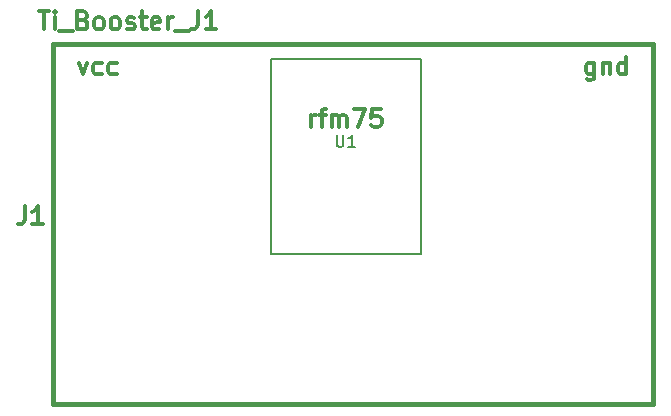
<source format=gbr>
%TF.GenerationSoftware,KiCad,Pcbnew,4.0.7*%
%TF.CreationDate,2018-06-19T02:06:56-05:00*%
%TF.ProjectId,rfm75boosterpack,72666D3735626F6F737465727061636B,rev?*%
%TF.FileFunction,Legend,Top*%
%FSLAX46Y46*%
G04 Gerber Fmt 4.6, Leading zero omitted, Abs format (unit mm)*
G04 Created by KiCad (PCBNEW 4.0.7) date 06/19/18 02:06:56*
%MOMM*%
%LPD*%
G01*
G04 APERTURE LIST*
%ADD10C,0.150000*%
%ADD11C,0.300000*%
%ADD12C,0.381000*%
%ADD13C,0.304800*%
G04 APERTURE END LIST*
D10*
D11*
X133560715Y-88308571D02*
X133560715Y-87308571D01*
X133560715Y-87594286D02*
X133632143Y-87451429D01*
X133703572Y-87380000D01*
X133846429Y-87308571D01*
X133989286Y-87308571D01*
X134275000Y-87308571D02*
X134846429Y-87308571D01*
X134489286Y-88308571D02*
X134489286Y-87022857D01*
X134560714Y-86880000D01*
X134703572Y-86808571D01*
X134846429Y-86808571D01*
X135346429Y-88308571D02*
X135346429Y-87308571D01*
X135346429Y-87451429D02*
X135417857Y-87380000D01*
X135560715Y-87308571D01*
X135775000Y-87308571D01*
X135917857Y-87380000D01*
X135989286Y-87522857D01*
X135989286Y-88308571D01*
X135989286Y-87522857D02*
X136060715Y-87380000D01*
X136203572Y-87308571D01*
X136417857Y-87308571D01*
X136560715Y-87380000D01*
X136632143Y-87522857D01*
X136632143Y-88308571D01*
X137203572Y-86808571D02*
X138203572Y-86808571D01*
X137560715Y-88308571D01*
X139489286Y-86808571D02*
X138775000Y-86808571D01*
X138703571Y-87522857D01*
X138775000Y-87451429D01*
X138917857Y-87380000D01*
X139275000Y-87380000D01*
X139417857Y-87451429D01*
X139489286Y-87522857D01*
X139560714Y-87665714D01*
X139560714Y-88022857D01*
X139489286Y-88165714D01*
X139417857Y-88237143D01*
X139275000Y-88308571D01*
X138917857Y-88308571D01*
X138775000Y-88237143D01*
X138703571Y-88165714D01*
X113927144Y-82863571D02*
X114284287Y-83863571D01*
X114641429Y-82863571D01*
X115855715Y-83792143D02*
X115712858Y-83863571D01*
X115427144Y-83863571D01*
X115284286Y-83792143D01*
X115212858Y-83720714D01*
X115141429Y-83577857D01*
X115141429Y-83149286D01*
X115212858Y-83006429D01*
X115284286Y-82935000D01*
X115427144Y-82863571D01*
X115712858Y-82863571D01*
X115855715Y-82935000D01*
X117141429Y-83792143D02*
X116998572Y-83863571D01*
X116712858Y-83863571D01*
X116570000Y-83792143D01*
X116498572Y-83720714D01*
X116427143Y-83577857D01*
X116427143Y-83149286D01*
X116498572Y-83006429D01*
X116570000Y-82935000D01*
X116712858Y-82863571D01*
X116998572Y-82863571D01*
X117141429Y-82935000D01*
X157583571Y-82863571D02*
X157583571Y-84077857D01*
X157512142Y-84220714D01*
X157440714Y-84292143D01*
X157297857Y-84363571D01*
X157083571Y-84363571D01*
X156940714Y-84292143D01*
X157583571Y-83792143D02*
X157440714Y-83863571D01*
X157155000Y-83863571D01*
X157012142Y-83792143D01*
X156940714Y-83720714D01*
X156869285Y-83577857D01*
X156869285Y-83149286D01*
X156940714Y-83006429D01*
X157012142Y-82935000D01*
X157155000Y-82863571D01*
X157440714Y-82863571D01*
X157583571Y-82935000D01*
X158297857Y-82863571D02*
X158297857Y-83863571D01*
X158297857Y-83006429D02*
X158369285Y-82935000D01*
X158512143Y-82863571D01*
X158726428Y-82863571D01*
X158869285Y-82935000D01*
X158940714Y-83077857D01*
X158940714Y-83863571D01*
X160297857Y-83863571D02*
X160297857Y-82363571D01*
X160297857Y-83792143D02*
X160155000Y-83863571D01*
X159869286Y-83863571D01*
X159726428Y-83792143D01*
X159655000Y-83720714D01*
X159583571Y-83577857D01*
X159583571Y-83149286D01*
X159655000Y-83006429D01*
X159726428Y-82935000D01*
X159869286Y-82863571D01*
X160155000Y-82863571D01*
X160297857Y-82935000D01*
D10*
X111760000Y-111760000D02*
X111760000Y-81280000D01*
X162560000Y-111760000D02*
X111760000Y-111760000D01*
X162560000Y-81280000D02*
X162560000Y-111760000D01*
X111760000Y-81280000D02*
X162560000Y-81280000D01*
D12*
X111760000Y-81280000D02*
X162560000Y-81280000D01*
X162560000Y-81280000D02*
X162560000Y-111760000D01*
X162560000Y-111760000D02*
X111760000Y-111760000D01*
X111760000Y-111760000D02*
X111760000Y-81280000D01*
D10*
X130175000Y-82550000D02*
X142875000Y-82550000D01*
X142875000Y-82550000D02*
X142875000Y-99060000D01*
X142875000Y-99060000D02*
X130175000Y-99060000D01*
X130175000Y-99060000D02*
X130175000Y-82550000D01*
D13*
X109347000Y-95050429D02*
X109347000Y-96139000D01*
X109274428Y-96356714D01*
X109129285Y-96501857D01*
X108911571Y-96574429D01*
X108766428Y-96574429D01*
X110871000Y-96574429D02*
X110000143Y-96574429D01*
X110435571Y-96574429D02*
X110435571Y-95050429D01*
X110290428Y-95268143D01*
X110145286Y-95413286D01*
X110000143Y-95485857D01*
X110526286Y-78540429D02*
X111397143Y-78540429D01*
X110961714Y-80064429D02*
X110961714Y-78540429D01*
X111905143Y-80064429D02*
X111905143Y-79048429D01*
X111905143Y-78540429D02*
X111832572Y-78613000D01*
X111905143Y-78685571D01*
X111977715Y-78613000D01*
X111905143Y-78540429D01*
X111905143Y-78685571D01*
X112268000Y-80209571D02*
X113429143Y-80209571D01*
X114300000Y-79266143D02*
X114517714Y-79338714D01*
X114590286Y-79411286D01*
X114662857Y-79556429D01*
X114662857Y-79774143D01*
X114590286Y-79919286D01*
X114517714Y-79991857D01*
X114372572Y-80064429D01*
X113792000Y-80064429D01*
X113792000Y-78540429D01*
X114300000Y-78540429D01*
X114445143Y-78613000D01*
X114517714Y-78685571D01*
X114590286Y-78830714D01*
X114590286Y-78975857D01*
X114517714Y-79121000D01*
X114445143Y-79193571D01*
X114300000Y-79266143D01*
X113792000Y-79266143D01*
X115533714Y-80064429D02*
X115388572Y-79991857D01*
X115316000Y-79919286D01*
X115243429Y-79774143D01*
X115243429Y-79338714D01*
X115316000Y-79193571D01*
X115388572Y-79121000D01*
X115533714Y-79048429D01*
X115751429Y-79048429D01*
X115896572Y-79121000D01*
X115969143Y-79193571D01*
X116041714Y-79338714D01*
X116041714Y-79774143D01*
X115969143Y-79919286D01*
X115896572Y-79991857D01*
X115751429Y-80064429D01*
X115533714Y-80064429D01*
X116912571Y-80064429D02*
X116767429Y-79991857D01*
X116694857Y-79919286D01*
X116622286Y-79774143D01*
X116622286Y-79338714D01*
X116694857Y-79193571D01*
X116767429Y-79121000D01*
X116912571Y-79048429D01*
X117130286Y-79048429D01*
X117275429Y-79121000D01*
X117348000Y-79193571D01*
X117420571Y-79338714D01*
X117420571Y-79774143D01*
X117348000Y-79919286D01*
X117275429Y-79991857D01*
X117130286Y-80064429D01*
X116912571Y-80064429D01*
X118001143Y-79991857D02*
X118146286Y-80064429D01*
X118436571Y-80064429D01*
X118581714Y-79991857D01*
X118654286Y-79846714D01*
X118654286Y-79774143D01*
X118581714Y-79629000D01*
X118436571Y-79556429D01*
X118218857Y-79556429D01*
X118073714Y-79483857D01*
X118001143Y-79338714D01*
X118001143Y-79266143D01*
X118073714Y-79121000D01*
X118218857Y-79048429D01*
X118436571Y-79048429D01*
X118581714Y-79121000D01*
X119089714Y-79048429D02*
X119670285Y-79048429D01*
X119307428Y-78540429D02*
X119307428Y-79846714D01*
X119380000Y-79991857D01*
X119525142Y-80064429D01*
X119670285Y-80064429D01*
X120758857Y-79991857D02*
X120613714Y-80064429D01*
X120323428Y-80064429D01*
X120178285Y-79991857D01*
X120105714Y-79846714D01*
X120105714Y-79266143D01*
X120178285Y-79121000D01*
X120323428Y-79048429D01*
X120613714Y-79048429D01*
X120758857Y-79121000D01*
X120831428Y-79266143D01*
X120831428Y-79411286D01*
X120105714Y-79556429D01*
X121484571Y-80064429D02*
X121484571Y-79048429D01*
X121484571Y-79338714D02*
X121557143Y-79193571D01*
X121629714Y-79121000D01*
X121774857Y-79048429D01*
X121920000Y-79048429D01*
X122065143Y-80209571D02*
X123226286Y-80209571D01*
X124024572Y-78540429D02*
X124024572Y-79629000D01*
X123952000Y-79846714D01*
X123806857Y-79991857D01*
X123589143Y-80064429D01*
X123444000Y-80064429D01*
X125548572Y-80064429D02*
X124677715Y-80064429D01*
X125113143Y-80064429D02*
X125113143Y-78540429D01*
X124968000Y-78758143D01*
X124822858Y-78903286D01*
X124677715Y-78975857D01*
D10*
X135763095Y-88987381D02*
X135763095Y-89796905D01*
X135810714Y-89892143D01*
X135858333Y-89939762D01*
X135953571Y-89987381D01*
X136144048Y-89987381D01*
X136239286Y-89939762D01*
X136286905Y-89892143D01*
X136334524Y-89796905D01*
X136334524Y-88987381D01*
X137334524Y-89987381D02*
X136763095Y-89987381D01*
X137048809Y-89987381D02*
X137048809Y-88987381D01*
X136953571Y-89130238D01*
X136858333Y-89225476D01*
X136763095Y-89273095D01*
M02*

</source>
